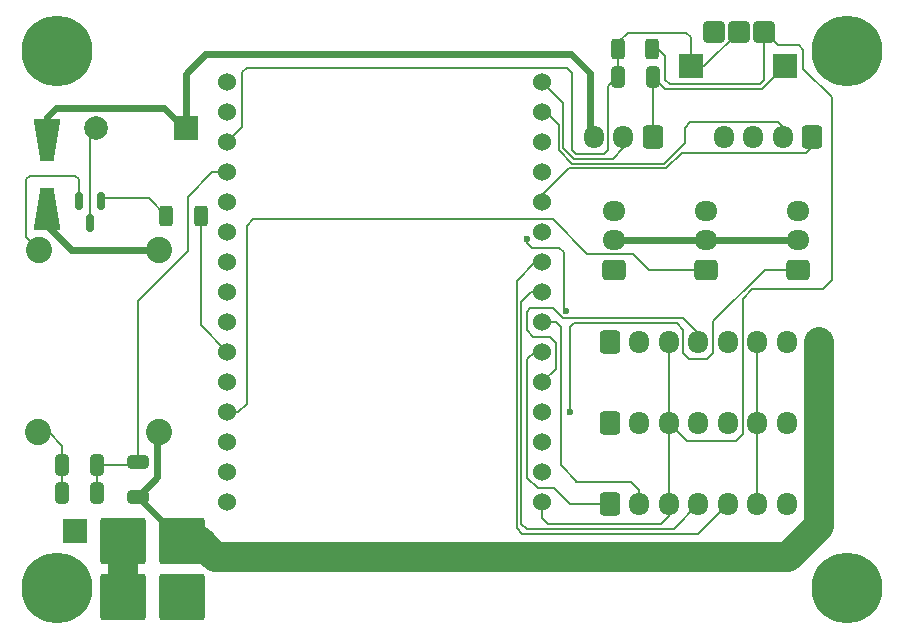
<source format=gbr>
%TF.GenerationSoftware,KiCad,Pcbnew,8.0.4*%
%TF.CreationDate,2024-11-11T23:36:28+01:00*%
%TF.ProjectId,Self balancing cube,53656c66-2062-4616-9c61-6e63696e6720,rev?*%
%TF.SameCoordinates,Original*%
%TF.FileFunction,Copper,L1,Top*%
%TF.FilePolarity,Positive*%
%FSLAX46Y46*%
G04 Gerber Fmt 4.6, Leading zero omitted, Abs format (unit mm)*
G04 Created by KiCad (PCBNEW 8.0.4) date 2024-11-11 23:36:28*
%MOMM*%
%LPD*%
G01*
G04 APERTURE LIST*
G04 Aperture macros list*
%AMRoundRect*
0 Rectangle with rounded corners*
0 $1 Rounding radius*
0 $2 $3 $4 $5 $6 $7 $8 $9 X,Y pos of 4 corners*
0 Add a 4 corners polygon primitive as box body*
4,1,4,$2,$3,$4,$5,$6,$7,$8,$9,$2,$3,0*
0 Add four circle primitives for the rounded corners*
1,1,$1+$1,$2,$3*
1,1,$1+$1,$4,$5*
1,1,$1+$1,$6,$7*
1,1,$1+$1,$8,$9*
0 Add four rect primitives between the rounded corners*
20,1,$1+$1,$2,$3,$4,$5,0*
20,1,$1+$1,$4,$5,$6,$7,0*
20,1,$1+$1,$6,$7,$8,$9,0*
20,1,$1+$1,$8,$9,$2,$3,0*%
%AMOutline4P*
0 Free polygon, 4 corners , with rotation*
0 The origin of the aperture is its center*
0 number of corners: always 4*
0 $1 to $8 corner X, Y*
0 $9 Rotation angle, in degrees counterclockwise*
0 create outline with 4 corners*
4,1,4,$1,$2,$3,$4,$5,$6,$7,$8,$1,$2,$9*%
G04 Aperture macros list end*
%TA.AperFunction,SMDPad,CuDef*%
%ADD10RoundRect,0.250000X0.325000X0.650000X-0.325000X0.650000X-0.325000X-0.650000X0.325000X-0.650000X0*%
%TD*%
%TA.AperFunction,ComponentPad*%
%ADD11RoundRect,0.250002X-1.699998X-1.699998X1.699998X-1.699998X1.699998X1.699998X-1.699998X1.699998X0*%
%TD*%
%TA.AperFunction,ComponentPad*%
%ADD12RoundRect,0.250000X-0.600000X-0.725000X0.600000X-0.725000X0.600000X0.725000X-0.600000X0.725000X0*%
%TD*%
%TA.AperFunction,ComponentPad*%
%ADD13O,1.700000X1.950000*%
%TD*%
%TA.AperFunction,SMDPad,CuDef*%
%ADD14RoundRect,0.250000X-0.325000X-0.650000X0.325000X-0.650000X0.325000X0.650000X-0.325000X0.650000X0*%
%TD*%
%TA.AperFunction,ComponentPad*%
%ADD15RoundRect,0.250000X0.725000X-0.600000X0.725000X0.600000X-0.725000X0.600000X-0.725000X-0.600000X0*%
%TD*%
%TA.AperFunction,ComponentPad*%
%ADD16O,1.950000X1.700000*%
%TD*%
%TA.AperFunction,ComponentPad*%
%ADD17C,6.000000*%
%TD*%
%TA.AperFunction,SMDPad,CuDef*%
%ADD18RoundRect,0.250000X0.650000X-0.325000X0.650000X0.325000X-0.650000X0.325000X-0.650000X-0.325000X0*%
%TD*%
%TA.AperFunction,ComponentPad*%
%ADD19RoundRect,0.270000X-0.630000X-0.630000X0.630000X-0.630000X0.630000X0.630000X-0.630000X0.630000X0*%
%TD*%
%TA.AperFunction,SMDPad,CuDef*%
%ADD20RoundRect,0.150000X-0.150000X0.587500X-0.150000X-0.587500X0.150000X-0.587500X0.150000X0.587500X0*%
%TD*%
%TA.AperFunction,ComponentPad*%
%ADD21C,2.220000*%
%TD*%
%TA.AperFunction,SMDPad,CuDef*%
%ADD22RoundRect,0.250000X-0.312500X-0.625000X0.312500X-0.625000X0.312500X0.625000X-0.312500X0.625000X0*%
%TD*%
%TA.AperFunction,ComponentPad*%
%ADD23RoundRect,0.250001X-0.799999X-0.799999X0.799999X-0.799999X0.799999X0.799999X-0.799999X0.799999X0*%
%TD*%
%TA.AperFunction,SMDPad,CuDef*%
%ADD24RoundRect,0.250000X0.312500X0.625000X-0.312500X0.625000X-0.312500X-0.625000X0.312500X-0.625000X0*%
%TD*%
%TA.AperFunction,SMDPad,CuDef*%
%ADD25Outline4P,-1.800000X-1.150000X1.800000X-0.550000X1.800000X0.550000X-1.800000X1.150000X270.000000*%
%TD*%
%TA.AperFunction,SMDPad,CuDef*%
%ADD26Outline4P,-1.800000X-1.150000X1.800000X-0.550000X1.800000X0.550000X-1.800000X1.150000X90.000000*%
%TD*%
%TA.AperFunction,ComponentPad*%
%ADD27RoundRect,0.250000X0.600000X0.725000X-0.600000X0.725000X-0.600000X-0.725000X0.600000X-0.725000X0*%
%TD*%
%TA.AperFunction,ComponentPad*%
%ADD28R,2.000000X2.000000*%
%TD*%
%TA.AperFunction,ComponentPad*%
%ADD29C,2.000000*%
%TD*%
%TA.AperFunction,ComponentPad*%
%ADD30C,1.524000*%
%TD*%
%TA.AperFunction,SMDPad,CuDef*%
%ADD31R,2.000000X2.000000*%
%TD*%
%TA.AperFunction,ViaPad*%
%ADD32C,0.600000*%
%TD*%
%TA.AperFunction,Conductor*%
%ADD33C,0.630000*%
%TD*%
%TA.AperFunction,Conductor*%
%ADD34C,2.540000*%
%TD*%
%TA.AperFunction,Conductor*%
%ADD35C,0.160000*%
%TD*%
%TA.AperFunction,Conductor*%
%ADD36C,0.200000*%
%TD*%
G04 APERTURE END LIST*
D10*
%TO.P,C1,1*%
%TO.N,Adc batt*%
X120448600Y-109067600D03*
%TO.P,C1,2*%
%TO.N,-BATT*%
X117498600Y-109067600D03*
%TD*%
D11*
%TO.P,J1,1,Pin_1*%
%TO.N,+BATT*%
X127609600Y-113131600D03*
%TD*%
D12*
%TO.P,J8,1,Pin_1*%
%TO.N,Net-(J8-Pin_1)*%
X163848400Y-110032800D03*
D13*
%TO.P,J8,2,Pin_2*%
%TO.N,Net-(J8-Pin_2)*%
X166348400Y-110032800D03*
%TO.P,J8,3,Pin_3*%
%TO.N,+3.3V*%
X168848400Y-110032800D03*
%TO.P,J8,4,Pin_4*%
%TO.N,Net-(J8-Pin_4)*%
X171348400Y-110032800D03*
%TO.P,J8,5,Pin_5*%
%TO.N,Net-(J8-Pin_5)*%
X173848400Y-110032800D03*
%TO.P,J8,6,Pin_6*%
%TO.N,Net-(J6-Pin_6)*%
X176348400Y-110032800D03*
%TO.P,J8,7,Pin_7*%
%TO.N,-BATT*%
X178848400Y-110032800D03*
%TO.P,J8,8,Pin_8*%
%TO.N,+BATT*%
X181348400Y-110032800D03*
%TD*%
D14*
%TO.P,C2,1*%
%TO.N,Push_Led*%
X164537600Y-73812400D03*
%TO.P,C2,2*%
%TO.N,-BATT*%
X167487600Y-73812400D03*
%TD*%
D15*
%TO.P,J10,1,Pin_1*%
%TO.N,Servo2*%
X171984000Y-90170000D03*
D16*
%TO.P,J10,2,Pin_2*%
%TO.N,+5V*%
X171984000Y-87670000D03*
%TO.P,J10,3,Pin_3*%
%TO.N,-BATT*%
X171984000Y-85170000D03*
%TD*%
D17*
%TO.P,,1*%
%TO.N,-BATT*%
X183896000Y-117144800D03*
%TD*%
D15*
%TO.P,J9,1,Pin_1*%
%TO.N,Servo1*%
X164184000Y-90170000D03*
D16*
%TO.P,J9,2,Pin_2*%
%TO.N,+5V*%
X164184000Y-87670000D03*
%TO.P,J9,3,Pin_3*%
%TO.N,-BATT*%
X164184000Y-85170000D03*
%TD*%
D15*
%TO.P,J11,1,Pin_1*%
%TO.N,Servo3*%
X179784000Y-90170000D03*
D16*
%TO.P,J11,2,Pin_2*%
%TO.N,+5V*%
X179784000Y-87670000D03*
%TO.P,J11,3,Pin_3*%
%TO.N,-BATT*%
X179784000Y-85170000D03*
%TD*%
D12*
%TO.P,J7,1,Pin_1*%
%TO.N,Net-(J7-Pin_1)*%
X163851600Y-103174800D03*
D13*
%TO.P,J7,2,Pin_2*%
%TO.N,Net-(J7-Pin_2)*%
X166351600Y-103174800D03*
%TO.P,J7,3,Pin_3*%
%TO.N,+3.3V*%
X168851600Y-103174800D03*
%TO.P,J7,4,Pin_4*%
%TO.N,Net-(J7-Pin_4)*%
X171351600Y-103174800D03*
%TO.P,J7,5,Pin_5*%
%TO.N,Net-(J7-Pin_5)*%
X173851600Y-103174800D03*
%TO.P,J7,6,Pin_6*%
%TO.N,Net-(J6-Pin_6)*%
X176351600Y-103174800D03*
%TO.P,J7,7,Pin_7*%
%TO.N,-BATT*%
X178851600Y-103174800D03*
%TO.P,J7,8,Pin_8*%
%TO.N,+BATT*%
X181351600Y-103174800D03*
%TD*%
D18*
%TO.P,R2,1*%
%TO.N,+BATT*%
X123901200Y-109374200D03*
%TO.P,R2,2*%
%TO.N,Adc batt*%
X123901200Y-106424200D03*
%TD*%
D19*
%TO.P,J14,1,Pin_1*%
%TO.N,+3.3V*%
X176936400Y-70053200D03*
%TD*%
D20*
%TO.P,Q1,1,B*%
%TO.N,Net-(Q1-B)*%
X120801300Y-84355700D03*
%TO.P,Q1,2,E*%
%TO.N,-BATT*%
X118901300Y-84355700D03*
%TO.P,Q1,3,C*%
%TO.N,Net-(BZ1--)*%
X119851300Y-86230700D03*
%TD*%
D21*
%TO.P,U1,1,IN+*%
%TO.N,+BATT*%
X125654200Y-103886000D03*
%TO.P,U1,2,IN-*%
%TO.N,-BATT*%
X115474200Y-103886000D03*
%TO.P,U1,3,OUT+*%
%TO.N,+5V*%
X125654200Y-88476000D03*
%TO.P,U1,4,OUT-*%
%TO.N,-BATT*%
X115494200Y-88476000D03*
%TD*%
D22*
%TO.P,R4,1*%
%TO.N,Push_Led*%
X164530100Y-71442800D03*
%TO.P,R4,2*%
%TO.N,+3.3V*%
X167455100Y-71442800D03*
%TD*%
D17*
%TO.P,1,1*%
%TO.N,-BATT*%
X117043200Y-71628000D03*
%TD*%
D12*
%TO.P,J6,1,Pin_1*%
%TO.N,Net-(J6-Pin_1)*%
X163851600Y-96316800D03*
D13*
%TO.P,J6,2,Pin_2*%
%TO.N,Net-(J6-Pin_2)*%
X166351600Y-96316800D03*
%TO.P,J6,3,Pin_3*%
%TO.N,+3.3V*%
X168851600Y-96316800D03*
%TO.P,J6,4,Pin_4*%
%TO.N,Net-(J6-Pin_4)*%
X171351600Y-96316800D03*
%TO.P,J6,5,Pin_5*%
%TO.N,Net-(J6-Pin_5)*%
X173851600Y-96316800D03*
%TO.P,J6,6,Pin_6*%
%TO.N,Net-(J6-Pin_6)*%
X176351600Y-96316800D03*
%TO.P,J6,7,Pin_7*%
%TO.N,-BATT*%
X178851600Y-96316800D03*
%TO.P,J6,8,Pin_8*%
%TO.N,+BATT*%
X181351600Y-96316800D03*
%TD*%
D23*
%TO.P,J5,1,Pin_1*%
%TO.N,-BATT*%
X118567200Y-112268000D03*
%TD*%
D11*
%TO.P,J2,1,Pin_1*%
%TO.N,Net-(J2-Pin_1)*%
X122631200Y-113131600D03*
%TD*%
%TO.P,J3,1,Pin_1*%
%TO.N,Net-(J2-Pin_1)*%
X122631200Y-117906800D03*
%TD*%
D10*
%TO.P,R3,1*%
%TO.N,Adc batt*%
X120448600Y-106730800D03*
%TO.P,R3,2*%
%TO.N,-BATT*%
X117498600Y-106730800D03*
%TD*%
D24*
%TO.P,R1,1*%
%TO.N,cmd buzzer*%
X129213800Y-85598000D03*
%TO.P,R1,2*%
%TO.N,Net-(Q1-B)*%
X126288800Y-85598000D03*
%TD*%
D17*
%TO.P,1,1*%
%TO.N,-BATT*%
X117043200Y-117144800D03*
%TD*%
D25*
%TO.P,D1,1,K*%
%TO.N,VCC*%
X116179600Y-79188400D03*
D26*
%TO.P,D1,2,A*%
%TO.N,+5V*%
X116179600Y-84988400D03*
%TD*%
D27*
%TO.P,J12,1,Pin_1*%
%TO.N,SDA*%
X181003600Y-78943200D03*
D13*
%TO.P,J12,2,Pin_2*%
%TO.N,SCL*%
X178503600Y-78943200D03*
%TO.P,J12,3,Pin_3*%
%TO.N,-BATT*%
X176003600Y-78943200D03*
%TO.P,J12,4,Pin_4*%
%TO.N,VCC*%
X173503600Y-78943200D03*
%TD*%
D27*
%TO.P,J13,1,Pin_1*%
%TO.N,-BATT*%
X167507600Y-78943200D03*
D13*
%TO.P,J13,2,Pin_2*%
%TO.N,WS2812*%
X165007600Y-78943200D03*
%TO.P,J13,3,Pin_3*%
%TO.N,VCC*%
X162507600Y-78943200D03*
%TD*%
D17*
%TO.P,,1*%
%TO.N,-BATT*%
X183896000Y-71678800D03*
%TD*%
D11*
%TO.P,J4,1,Pin_1*%
%TO.N,-BATT*%
X127609600Y-117906800D03*
%TD*%
D28*
%TO.P,BZ1,1,+*%
%TO.N,VCC*%
X127955200Y-78130400D03*
D29*
%TO.P,BZ1,2,-*%
%TO.N,Net-(BZ1--)*%
X120355200Y-78130400D03*
%TD*%
D19*
%TO.P,J15,1,Pin_1*%
%TO.N,Push_Led*%
X174802800Y-70053200D03*
%TD*%
D30*
%TO.P,U2,1,EN*%
%TO.N,unconnected-(U2-EN-Pad1)*%
X131482600Y-74296200D03*
%TO.P,U2,2,VP*%
%TO.N,unconnected-(U2-VP-Pad2)*%
X131482600Y-76836200D03*
%TO.P,U2,3,VN*%
%TO.N,Push_Led*%
X131482600Y-79376200D03*
%TO.P,U2,4,D34*%
%TO.N,Adc batt*%
X131482600Y-81916200D03*
%TO.P,U2,5,D35*%
%TO.N,Net-(J6-Pin_1)*%
X131482600Y-84456200D03*
%TO.P,U2,6,D32*%
%TO.N,Net-(J6-Pin_5)*%
X131482600Y-86996200D03*
%TO.P,U2,7,D33*%
%TO.N,Net-(J6-Pin_2)*%
X131482600Y-89536200D03*
%TO.P,U2,8,D25*%
%TO.N,Net-(J7-Pin_5)*%
X131482600Y-92076200D03*
%TO.P,U2,9,D26*%
%TO.N,Net-(J6-Pin_6)*%
X131482600Y-94616200D03*
%TO.P,U2,10,D27*%
%TO.N,cmd buzzer*%
X131482600Y-97156200D03*
%TO.P,U2,11,D14*%
%TO.N,Net-(J7-Pin_2)*%
X131482600Y-99696200D03*
%TO.P,U2,12,D12*%
%TO.N,Servo2*%
X131482600Y-102236200D03*
%TO.P,U2,13,D13*%
%TO.N,Net-(J7-Pin_1)*%
X131482600Y-104776200D03*
%TO.P,U2,14,GND*%
%TO.N,-BATT*%
X131482600Y-107316200D03*
%TO.P,U2,15,VIN*%
%TO.N,VCC*%
X131482600Y-109856200D03*
%TO.P,U2,16,3V3*%
%TO.N,+3.3V*%
X158152600Y-109856200D03*
%TO.P,U2,17,GND*%
%TO.N,unconnected-(U2-GND-Pad17)*%
X158152600Y-107316200D03*
%TO.P,U2,18,D15*%
%TO.N,Net-(J7-Pin_4)*%
X158152600Y-104776200D03*
%TO.P,U2,19,D2*%
%TO.N,Servo3*%
X158152600Y-102236200D03*
%TO.P,U2,20,D4*%
%TO.N,Net-(J6-Pin_4)*%
X158152600Y-99696200D03*
%TO.P,U2,21,RX2*%
%TO.N,Net-(J8-Pin_1)*%
X158152600Y-97156200D03*
%TO.P,U2,22,TX2*%
%TO.N,Net-(J8-Pin_2)*%
X158152600Y-94616200D03*
%TO.P,U2,23,D5*%
%TO.N,Net-(J8-Pin_4)*%
X158152600Y-92076200D03*
%TO.P,U2,24,D18*%
%TO.N,Net-(J8-Pin_5)*%
X158152600Y-89536200D03*
%TO.P,U2,25,D19*%
%TO.N,Servo1*%
X158152600Y-86996200D03*
%TO.P,U2,26,D21*%
%TO.N,SDA*%
X158152600Y-84456200D03*
%TO.P,U2,27,RX0*%
%TO.N,unconnected-(U2-RX0-Pad27)*%
X158152600Y-81916200D03*
%TO.P,U2,28,TX0*%
%TO.N,unconnected-(U2-TX0-Pad28)*%
X158152600Y-79376200D03*
%TO.P,U2,29,D22*%
%TO.N,SCL*%
X158152600Y-76836200D03*
%TO.P,U2,30,D23*%
%TO.N,WS2812*%
X158152600Y-74296200D03*
%TD*%
D31*
%TO.P,SW2,1,1*%
%TO.N,-BATT*%
X178701200Y-72948800D03*
%TO.P,SW2,2,2*%
%TO.N,Push_Led*%
X170701200Y-72948800D03*
%TD*%
D19*
%TO.P,J16,1,Pin_1*%
%TO.N,-BATT*%
X172669200Y-70053200D03*
%TD*%
D32*
%TO.N,Servo3*%
X160477200Y-102209600D03*
%TO.N,Net-(J6-Pin_1)*%
X156819600Y-87528400D03*
X160172400Y-93624400D03*
%TD*%
D33*
%TO.N,+BATT*%
X123901200Y-109374200D02*
X123901200Y-109423200D01*
D34*
X181559200Y-111861600D02*
X181559200Y-96316800D01*
D33*
X125526800Y-107748600D02*
X123901200Y-109374200D01*
X123901200Y-109423200D02*
X127609600Y-113131600D01*
D34*
X130454400Y-114452400D02*
X178968400Y-114452400D01*
X127609600Y-113131600D02*
X129133600Y-113131600D01*
D33*
X125654200Y-103886000D02*
X125526800Y-104013400D01*
X125526800Y-104013400D02*
X125526800Y-107748600D01*
D34*
X178968400Y-114452400D02*
X181559200Y-111861600D01*
X129133600Y-113131600D02*
X130454400Y-114452400D01*
D35*
%TO.N,-BATT*%
X118901300Y-84355700D02*
X118901300Y-82528500D01*
X167507600Y-73832400D02*
X167487600Y-73812400D01*
X117498600Y-109067600D02*
X117498600Y-105052600D01*
X114757200Y-82194400D02*
X114452400Y-82499200D01*
X118567200Y-82194400D02*
X114757200Y-82194400D01*
X117498600Y-105052600D02*
X116332000Y-103886000D01*
X167487600Y-73812400D02*
X168554400Y-74879200D01*
X178701200Y-72948800D02*
X178701200Y-72630800D01*
X118901300Y-82528500D02*
X118567200Y-82194400D01*
X178701200Y-73748400D02*
X179361600Y-73748400D01*
X114452400Y-82499200D02*
X114452400Y-87434200D01*
X167507600Y-78943200D02*
X167487600Y-78923200D01*
X114452400Y-87434200D02*
X115494200Y-88476000D01*
X168554400Y-74879200D02*
X176770800Y-74879200D01*
X167487600Y-78923200D02*
X167487600Y-73812400D01*
X176770800Y-74879200D02*
X178701200Y-72948800D01*
%TO.N,Net-(BZ1--)*%
X119851300Y-86230700D02*
X119837200Y-86216600D01*
X119837200Y-86216600D02*
X119837200Y-78496000D01*
X119837200Y-78496000D02*
X120202800Y-78130400D01*
%TO.N,Net-(Q1-B)*%
X124820200Y-84129400D02*
X126288800Y-85598000D01*
X121027600Y-84129400D02*
X124820200Y-84129400D01*
X120801300Y-84355700D02*
X121027600Y-84129400D01*
D33*
%TO.N,VCC*%
X116179600Y-77266800D02*
X116992400Y-76454000D01*
X116179600Y-79188400D02*
X116179600Y-77266800D01*
X126126400Y-76454000D02*
X127802800Y-78130400D01*
X160578800Y-71932800D02*
X162153600Y-73507600D01*
X129590800Y-71932800D02*
X160578800Y-71932800D01*
X162153600Y-73507600D02*
X162153600Y-78589200D01*
X116992400Y-76454000D02*
X126126400Y-76454000D01*
X127965200Y-77968000D02*
X127965200Y-73558400D01*
X127802800Y-78130400D02*
X127965200Y-77968000D01*
X162153600Y-78589200D02*
X162507600Y-78943200D01*
X127965200Y-73558400D02*
X129590800Y-71932800D01*
D35*
%TO.N,Adc batt*%
X131482600Y-81979000D02*
X131482600Y-81916200D01*
X131482600Y-81916200D02*
X130173800Y-81916200D01*
X128117600Y-83972400D02*
X128117600Y-88595200D01*
X120448600Y-109067600D02*
X120448600Y-106730800D01*
X123594600Y-106730800D02*
X123901200Y-106424200D01*
X128117600Y-88595200D02*
X123901200Y-92811600D01*
X123901200Y-92811600D02*
X123901200Y-106424200D01*
X120448600Y-106730800D02*
X123594600Y-106730800D01*
X130173800Y-81916200D02*
X128117600Y-83972400D01*
D34*
%TO.N,Net-(J2-Pin_1)*%
X122631200Y-113131600D02*
X122631200Y-117906800D01*
D35*
%TO.N,Net-(J6-Pin_6)*%
X176348400Y-96320000D02*
X176351600Y-96316800D01*
X176348400Y-110032800D02*
X176348400Y-96320000D01*
D36*
%TO.N,Net-(J6-Pin_4)*%
X156819600Y-93726000D02*
X156819600Y-95300800D01*
X171351600Y-95558000D02*
X170027600Y-94234000D01*
X157124400Y-93421200D02*
X156819600Y-93726000D01*
X159315200Y-98533600D02*
X158152600Y-99696200D01*
X158800800Y-95859600D02*
X159315200Y-96374000D01*
X171351600Y-96316800D02*
X171351600Y-95558000D01*
X156819600Y-95300800D02*
X157378400Y-95859600D01*
X170027600Y-94234000D02*
X159867600Y-94234000D01*
X159867600Y-94234000D02*
X159054800Y-93421200D01*
D35*
X158152600Y-99696200D02*
X157453400Y-99696200D01*
D36*
X157378400Y-95859600D02*
X158800800Y-95859600D01*
X159054800Y-93421200D02*
X157124400Y-93421200D01*
X159315200Y-96374000D02*
X159315200Y-98533600D01*
%TO.N,Net-(J7-Pin_1)*%
X131557600Y-104851200D02*
X131482600Y-104776200D01*
D35*
%TO.N,Net-(J7-Pin_2)*%
X166351600Y-102750000D02*
X166351600Y-103174800D01*
%TO.N,Net-(J8-Pin_4)*%
X158152600Y-92076200D02*
X158471800Y-92076200D01*
D36*
X171348400Y-110032800D02*
X169265600Y-112115600D01*
X156819600Y-112115600D02*
X156362400Y-111658400D01*
X156362400Y-92862400D02*
X157148600Y-92076200D01*
X157148600Y-92076200D02*
X158152600Y-92076200D01*
X156362400Y-111658400D02*
X156362400Y-92862400D01*
X169265600Y-112115600D02*
X156819600Y-112115600D01*
%TO.N,Net-(J8-Pin_2)*%
X166348400Y-108792000D02*
X165658800Y-108102400D01*
X159284600Y-94616200D02*
X158152600Y-94616200D01*
X165658800Y-108102400D02*
X161086800Y-108102400D01*
X161086800Y-108102400D02*
X160985200Y-108102400D01*
X166348400Y-110032800D02*
X166348400Y-108792000D01*
X158430800Y-94894400D02*
X158152600Y-94616200D01*
X159715200Y-106730800D02*
X159715200Y-95046800D01*
X161086800Y-108102400D02*
X159715200Y-106730800D01*
X159715200Y-95046800D02*
X159284600Y-94616200D01*
D35*
%TO.N,Net-(J8-Pin_5)*%
X173848400Y-110032800D02*
X171359200Y-112522000D01*
X155956000Y-91084400D02*
X157504200Y-89536200D01*
X171359200Y-112522000D02*
X156413200Y-112522000D01*
X156413200Y-112522000D02*
X155956000Y-112064800D01*
X173583600Y-110297600D02*
X173848400Y-110032800D01*
X157504200Y-89536200D02*
X158152600Y-89536200D01*
X155956000Y-112064800D02*
X155956000Y-91084400D01*
%TO.N,Net-(J8-Pin_1)*%
X157734000Y-108661200D02*
X156870400Y-107797600D01*
X158126000Y-97129600D02*
X158152600Y-97156200D01*
X160477200Y-110032800D02*
X159105600Y-108661200D01*
X156870400Y-97739200D02*
X157480000Y-97129600D01*
X163848400Y-110032800D02*
X160477200Y-110032800D01*
X159105600Y-108661200D02*
X157734000Y-108661200D01*
X157480000Y-97129600D02*
X158126000Y-97129600D01*
X156870400Y-107797600D02*
X156870400Y-97739200D01*
%TO.N,Servo1*%
X158217800Y-86996200D02*
X158152600Y-86996200D01*
D36*
%TO.N,Servo2*%
X159004000Y-85902800D02*
X133654800Y-85902800D01*
X133096000Y-86461600D02*
X133096000Y-101498400D01*
X133096000Y-101498400D02*
X132358200Y-102236200D01*
X161950400Y-88849200D02*
X159004000Y-85902800D01*
X132358200Y-102236200D02*
X131482600Y-102236200D01*
X165811200Y-88849200D02*
X161950400Y-88849200D01*
X167132000Y-90170000D02*
X165811200Y-88849200D01*
X133654800Y-85902800D02*
X133096000Y-86461600D01*
X171984000Y-90170000D02*
X167132000Y-90170000D01*
%TO.N,Servo3*%
X172618400Y-97231200D02*
X172618400Y-94538800D01*
X176987200Y-90170000D02*
X179784000Y-90170000D01*
X170078400Y-95250000D02*
X170078400Y-97231200D01*
X169519600Y-94691200D02*
X170078400Y-95250000D01*
X170586400Y-97739200D02*
X172110400Y-97739200D01*
X172110400Y-97739200D02*
X172618400Y-97231200D01*
D35*
X158152600Y-102236200D02*
X158551800Y-102236200D01*
D36*
X170078400Y-97231200D02*
X170586400Y-97739200D01*
X160477200Y-95046800D02*
X160832800Y-94691200D01*
X160832800Y-94691200D02*
X169519600Y-94691200D01*
X172618400Y-94538800D02*
X176987200Y-90170000D01*
X160477200Y-102209600D02*
X160477200Y-95046800D01*
D35*
%TO.N,SDA*%
X158152600Y-83807800D02*
X158152600Y-84456200D01*
X181003600Y-78943200D02*
X181003600Y-79752800D01*
X168605200Y-81584800D02*
X160375600Y-81584800D01*
X169926000Y-80264000D02*
X168605200Y-81584800D01*
X180492400Y-80264000D02*
X169926000Y-80264000D01*
X181003600Y-79752800D02*
X180492400Y-80264000D01*
X160375600Y-81584800D02*
X158152600Y-83807800D01*
%TO.N,SCL*%
X159512000Y-77872000D02*
X159512000Y-80010000D01*
X158152600Y-76836200D02*
X158471800Y-76836200D01*
X170180000Y-79451200D02*
X170180000Y-78130400D01*
X159509800Y-77874200D02*
X159512000Y-77872000D01*
X178104800Y-77673200D02*
X178503600Y-78072000D01*
X160680400Y-81178400D02*
X168452800Y-81178400D01*
X168452800Y-81178400D02*
X170180000Y-79451200D01*
X170637200Y-77673200D02*
X178104800Y-77673200D01*
X159512000Y-80010000D02*
X160680400Y-81178400D01*
X170180000Y-78130400D02*
X170637200Y-77673200D01*
X178503600Y-78072000D02*
X178503600Y-78943200D01*
X158471800Y-76836200D02*
X159509800Y-77874200D01*
%TO.N,WS2812*%
X159918400Y-76062000D02*
X158152600Y-74296200D01*
X165007600Y-78943200D02*
X165007600Y-79899200D01*
X159918400Y-79857600D02*
X159918400Y-76062000D01*
X165007600Y-79899200D02*
X164134800Y-80772000D01*
X164134800Y-80772000D02*
X160832800Y-80772000D01*
X160832800Y-80772000D02*
X159918400Y-79857600D01*
D36*
%TO.N,cmd buzzer*%
X129213800Y-85598000D02*
X129213800Y-94887400D01*
X129213800Y-94887400D02*
X131482600Y-97156200D01*
D35*
%TO.N,Net-(J6-Pin_1)*%
X160172400Y-93624400D02*
X159969200Y-93421200D01*
X131482600Y-84468200D02*
X131482600Y-84456200D01*
X156819600Y-87884000D02*
X156819600Y-87528400D01*
X159969200Y-88696800D02*
X159562800Y-88290400D01*
X157226000Y-88290400D02*
X156819600Y-87884000D01*
X131470400Y-84468400D02*
X131482600Y-84456200D01*
X131354400Y-84328000D02*
X131482600Y-84456200D01*
X159562800Y-88290400D02*
X157226000Y-88290400D01*
X159969200Y-93421200D02*
X159969200Y-88696800D01*
%TO.N,Push_Led*%
X163728400Y-80010000D02*
X163372800Y-80365600D01*
X164537600Y-73812400D02*
X164537600Y-71450300D01*
X132740400Y-73456800D02*
X132740400Y-78118400D01*
X164530100Y-70927900D02*
X165354000Y-70104000D01*
X164090900Y-71882000D02*
X164530100Y-71442800D01*
X170701200Y-72948800D02*
X170701200Y-72935600D01*
X133096000Y-73101200D02*
X132740400Y-73456800D01*
X170688000Y-70459600D02*
X170688000Y-72935600D01*
X132740400Y-78118400D02*
X131482600Y-79376200D01*
X170332400Y-70104000D02*
X170688000Y-70459600D01*
X164537600Y-71450300D02*
X164530100Y-71442800D01*
X171856400Y-72948800D02*
X174853600Y-69951600D01*
X131482600Y-79376200D02*
X131596200Y-79376200D01*
X170688000Y-72935600D02*
X170701200Y-72948800D01*
X164530100Y-71442800D02*
X164530100Y-70927900D01*
X160629600Y-80010000D02*
X160629600Y-73507600D01*
X160223200Y-73101200D02*
X133096000Y-73101200D01*
X164537600Y-73812400D02*
X163728400Y-74621600D01*
X160629600Y-73507600D02*
X160223200Y-73101200D01*
X170701200Y-72948800D02*
X169837600Y-73812400D01*
X163728400Y-74621600D02*
X163728400Y-80010000D01*
X165354000Y-70104000D02*
X170332400Y-70104000D01*
X164530100Y-73804900D02*
X164537600Y-73812400D01*
X163372800Y-80365600D02*
X160985200Y-80365600D01*
X160985200Y-80365600D02*
X160629600Y-80010000D01*
X170701200Y-72948800D02*
X171856400Y-72948800D01*
%TO.N,+3.3V*%
X168848400Y-96320000D02*
X168851600Y-96316800D01*
X158152600Y-109856200D02*
X158152600Y-111213400D01*
X168554400Y-74066400D02*
X168554400Y-72085200D01*
X158597600Y-111658400D02*
X168198800Y-111658400D01*
X168554400Y-72085200D02*
X167912000Y-71442800D01*
X168848400Y-111008800D02*
X168848400Y-110032800D01*
X168851600Y-103174800D02*
X170375600Y-104698800D01*
X179882800Y-71170800D02*
X178104800Y-71170800D01*
X182626000Y-91033600D02*
X182626000Y-75539600D01*
X176530000Y-74422000D02*
X168910000Y-74422000D01*
X181864000Y-91795600D02*
X182626000Y-91033600D01*
X176885600Y-70053200D02*
X176885600Y-74066400D01*
X182626000Y-75539600D02*
X180238400Y-73152000D01*
X175920400Y-91795600D02*
X181864000Y-91795600D01*
X170375600Y-104698800D02*
X174498000Y-104698800D01*
X167912000Y-71442800D02*
X167455100Y-71442800D01*
X178104800Y-71170800D02*
X176987200Y-70053200D01*
X168198800Y-111658400D02*
X168848400Y-111008800D01*
X176885600Y-74066400D02*
X176530000Y-74422000D01*
X174498000Y-104698800D02*
X175107600Y-104089200D01*
X175107600Y-92608400D02*
X175920400Y-91795600D01*
X168910000Y-74422000D02*
X168554400Y-74066400D01*
X158152600Y-111213400D02*
X158597600Y-111658400D01*
X180238400Y-71526400D02*
X179882800Y-71170800D01*
X175107600Y-104089200D02*
X175107600Y-92608400D01*
X168848400Y-110032800D02*
X168848400Y-96320000D01*
X180238400Y-73152000D02*
X180238400Y-71526400D01*
D33*
%TO.N,+5V*%
X164184000Y-87670000D02*
X179784000Y-87670000D01*
X118244800Y-88476000D02*
X116179600Y-86410800D01*
X125654200Y-88476000D02*
X125323600Y-88145400D01*
X125654200Y-88476000D02*
X118244800Y-88476000D01*
X116179600Y-86410800D02*
X116179600Y-84988400D01*
%TD*%
M02*

</source>
